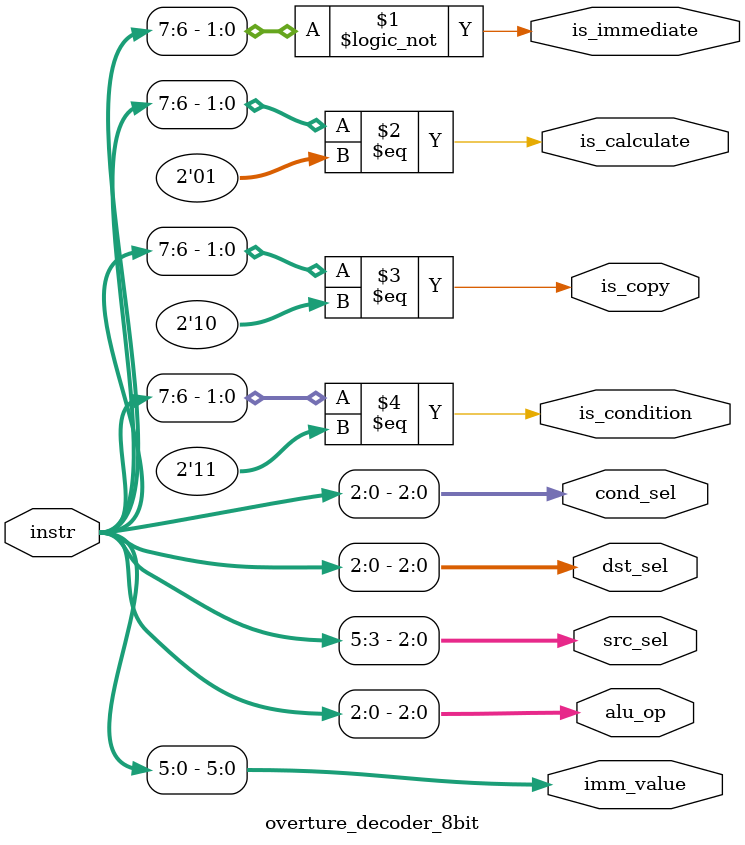
<source format=sv>
module overture_decoder_8bit (
    input  [7:0] instr,
    output       is_immediate,
    output       is_calculate,
    output       is_copy,
    output       is_condition,
    output [5:0] imm_value,
    output [2:0] alu_op,
    output [2:0] src_sel,
    output [2:0] dst_sel,
    output [2:0] cond_sel
);

    assign is_immediate = (instr[7:6] == 2'b00);
    assign is_calculate = (instr[7:6] == 2'b01);
    assign is_copy      = (instr[7:6] == 2'b10);
    assign is_condition = (instr[7:6] == 2'b11);

    assign imm_value = instr[5:0];
    assign alu_op    = instr[2:0];
    assign src_sel   = instr[5:3];
    assign dst_sel   = instr[2:0];
    assign cond_sel  = instr[2:0];

endmodule

</source>
